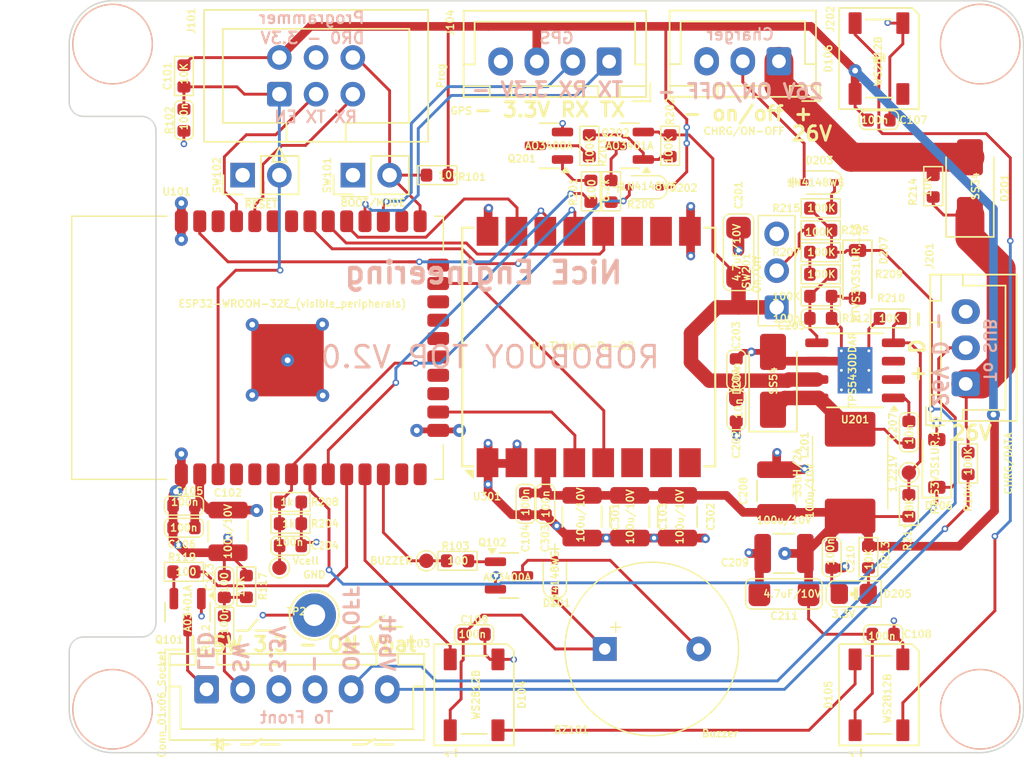
<source format=kicad_pcb>
(kicad_pcb (version 20241129) (generator "pcbnew") (generator_version "9.0")
  (layers (0 "F.Cu" signal) (4 "In1.Cu" power) (6 "In2.Cu" power) (2 "B.Cu" signal) (13 "F.Paste" user) (15 "B.Paste" user) (5 "F.SilkS" user "F.Silkscreen") (7 "B.SilkS" user "B.Silkscreen") (1 "F.Mask" user) (3 "B.Mask" user) (25 "Edge.Cuts" user))
  (net 0 "")
  (net 1 "+3.3V")
  (net 2 "Net-(BZ101--)")
  (net 3 "GND")
  (net 4 "EN")
  (net 5 "BUTTON")
  (net 6 "Vbatt")
  (net 7 "/CPU/Vsamp")
  (net 8 "Net-(U201-ENA)")
  (net 9 "Net-(D204-K)")
  (net 10 "Net-(U201-BOOT)")
  (net 11 "LEDS")
  (net 12 "Net-(D104-DOUT)")
  (net 13 "Net-(D105-DOUT)")
  (net 15 "Net-(D201-A)")
  (net 16 "Net-(D203-A)")
  (net 17 "Net-(D203-K)")
  (net 18 "Net-(D205-A)")
  (net 19 "/CPU/COM")
  (net 20 "DR0")
  (net 21 "RX")
  (net 22 "TX")
  (net 23 "/CPU/TX_GPS")
  (net 24 "/CPU/RX_GPS")
  (net 25 "Net-(Q101-G)")
  (net 26 "Net-(Q102-G)")
  (net 27 "Net-(Q201-D)")
  (net 28 "Net-(Q201-G)")
  (net 29 "Net-(Q202-D)")
  (net 30 "Net-(Q202-G)")
  (net 31 "BUZZER")
  (net 32 "BUTTON_LIGHT")
  (net 33 "/CPU/VbatEn")
  (net 34 "Net-(R205-Pad1)")
  (net 35 "Net-(R207-Pad2)")
  (net 36 "Net-(U201-Vsens)")
  (net 40 "/CPU/RADIO_4")
  (net 46 "/CPU/RADIO_5")
  (net 48 "/CPU/RADIO_1")
  (net 51 "/CPU/RADIO_3")
  (net 52 "/CPU/RADIO_2")
  (net 62 "/CPU/ON")
  (net 63 "Net-(J103-Pin_2)")
  (net 64 "Net-(J103-Pin_6)")
  (net 65 "Net-(J103-Pin_1)")
  (net 68 "/CPU/RADIO_6")
  (footprint "A_Device:R_0603" (layer "F.Cu") (at 130.144 48.514 180)
    (property "Reference" "R209")
    (property "Value" "100K")
  )
  (footprint "A_Device:C_0603" (layer "F.Cu") (at 136.24 59.436 90)
    (property "Reference" "C207")
    (property "Value" "10n")
  )
  (footprint "A_Device:R_0603" (layer "F.Cu") (at 86.106 34.798 -90)
    (property "Reference" "R102")
    (property "Value" "10K")
  )
  (footprint "LED_SMD:LED_WS2812B_PLCC4_5.0x5.0mm_P3.2mm" (layer "F.Cu") (at 106.172 77.594 90)
    (property "Reference" "D104")
    (property "Value" "WS2812B")
  )
  (footprint "A_Pads_Pins:Testpad_1" (layer "F.Cu") (at 136.24 62.23)
    (property "Reference" "TP204" (hide yes))
    (property "Value" "1.221V")
  )
  (footprint "A_Device:C_0603" (layer "F.Cu") (at 124.302 55.118 90)
    (property "Reference" "C203")
    (property "Value" "10n")
  )
  (footprint "A_Device:C_0603" (layer "F.Cu") (at 88.9 70.104 90)
    (property "Reference" "C113")
    (property "Value" "100n")
  )
  (footprint "Package_TO_SOT_SMD:SOT-23" (layer "F.Cu") (at 108.585 69.342)
    (property "Reference" "Q102")
    (property "Value" "AO3400A")
  )
  (footprint "LED_SMD:LED_WS2812B_PLCC4_5.0x5.0mm_P3.2mm" (layer "F.Cu") (at 134.172 77.594 90)
    (property "Reference" "D105")
    (property "Value" "WS2812B")
  )
  (footprint "A_Mechanical:NPTH_M3" (layer "F.Cu") (at 141.172 32.594)
    (property "Reference" "H403")
    (property "Value" "MountingHole" (hide yes))
  )
  (footprint "A_Module:ESP32-WROOM-32" (layer "F.Cu") (at 91.186 53.594)
    (property "Reference" "U101")
    (property "Value" "ESP32-WROOM-32E_(visible_peripherals)")
  )
  (footprint "A_Device:R_0603" (layer "F.Cu") (at 103.632 41.656 180)
    (property "Reference" "R101")
    (property "Value" "10K")
  )
  (footprint "Diode_SMD:D_SOD-123" (layer "F.Cu") (at 138.172 61.594 90)
    (property "Reference" "D206")
    (property "Value" "PTVS3V3S1UR,115")
  )
  (footprint "A_Device:C_1206_(1.6)" (layer "F.Cu") (at 127.604 70.612 180)
    (property "Reference" "C211")
    (property "Value" "4.7uF/10V")
  )
  (footprint "Package_TO_SOT_SMD:SOT-23" (layer "F.Cu") (at 116.936 39.624 180)
    (property "Reference" "Q202")
    (property "Value" "AO3401A")
  )
  (footprint "Capacitor_SMD:C_1210_3225Metric" (layer "F.Cu") (at 120.238 65.278 -90)
    (property "Reference" "C302")
    (property "Value" "100u/10V")
  )
  (footprint "A_Device:D_SOD-323_1.8x1.4x1.15" (layer "F.Cu") (at 130.048 42.164 180)
    (property "Reference" "D203")
    (property "Value" "1N4148WS")
  )
  (footprint "A_Device:C_0603" (layer "F.Cu") (at 93.472 67.285585)
    (property "Reference" "C204")
    (property "Value" "100n")
  )
  (footprint "A_Device:C_0603" (layer "F.Cu") (at 130.144 51.562)
    (property "Reference" "C205")
    (property "Value" "100n")
  )
  (footprint "A_Device:R_0603" (layer "F.Cu") (at 134.958 51.562 180)
    (property "Reference" "R212")
    (property "Value" "10K")
  )
  (footprint "A_Device:R_0603" (layer "F.Cu") (at 130.144 43.942 180)
    (property "Reference" "R215")
    (property "Value" "100K")
  )
  (footprint "A_Device:C_0603" (layer "F.Cu") (at 109.728 64.389 -90)
    (property "Reference" "C104")
    (property "Value" "100n")
  )
  (footprint "A_Device:C_0603" (layer "F.Cu") (at 86.106 66.04 180)
    (property "Reference" "C106")
    (property "Value" "100n")
  )
  (footprint "A_Device:R_0603" (layer "F.Cu") (at 86.106 69.088 180)
    (property "Reference" "R119")
    (property "Value" "100")
  )
  (footprint "Connector_IDC:IDC-Header_2x03_P2.54mm_Vertical" (layer "F.Cu") (at 92.705 36.0585 90)
    (property "Reference" "J101")
    (property "Value" "Prog")
  )
  (footprint "A_Device:C_0603" (layer "F.Cu") (at 86.106 64.516 180)
    (property "Reference" "C105")
    (property "Value" "100n")
  )
  (footprint "TestPoint:TestPoint_Loop_D2.54mm_Drill1.5mm_Beaded" (layer "F.Cu") (at 95.123 72.0852)
    (property "Reference" "TP203")
    (property "Value" "GND")
  )
  (footprint "Connector_PinHeader_2.54mm:PinHeader_1x02_P2.54mm_Vertical" (layer "F.Cu") (at 97.79 41.656 90)
    (property "Reference" "SW101")
    (property "Value" "~{BOOT}/MODE")
  )
  (footprint "A_Device:R_0603" (layer "F.Cu") (at 130.144 45.466)
    (property "Reference" "R205")
    (property "Value" "100K")
  )
  (footprint "A_Device:R_0603" (layer "F.Cu") (at 119.73 39.624 90)
    (property "Reference" "R202")
    (property "Value" "100K")
  )
  (footprint "A_Device:C_0603" (layer "F.Cu") (at 111.094 64.389 -90)
    (property "Reference" "C303")
    (property "Value" "100n")
  )
  (footprint "Connector_PinHeader_2.54mm:PinHeader_1x02_P2.54mm_Vertical" (layer "F.Cu") (at 90.165 41.656 90)
    (property "Reference" "SW102")
    (property "Value" "~{RESET}")
  )
  (footprint "Diode_SMD:D_SMA" (layer "F.Cu") (at 140.462 42.418 90)
    (property "Reference" "D201")
    (property "Value" "SS34")
  )
  (footprint "A_Misc:Buzzer-12x6.5x5.2" (layer "F.Cu") (at 118.46 74.422)
    (property "Reference" "BZ101")
    (property "Value" "Buzzer")
  )
  (footprint "Diode_SMD:D_SMA" (layer "F.Cu") (at 126.842 55.88 90)
    (property "Reference" "D204")
    (property "Value" "SS54")
  )
  (footprint "A_Device:C_0603" (layer "F.Cu") (at 124.302 57.912 -90)
    (property "Reference" "C202")
    (property "Value" "100n")
  )
  (footprint "A_Device:C_1206_(1.6)" (layer "F.Cu") (at 124.46 46.99 90)
    (property "Reference" "C201")
    (property "Value" "4.7uF/10V")
  )
  (footprint "Connector_JST:JST_XH_B6B-XH-A_1x06_P2.50mm_Vertical" (layer "F.Cu") (at 87.67 77.216)
    (property "Reference" "J103")
    (property "Value" "Conn_01x06_Socket")
  )
  (footprint "A_Device:D_SOD-323_1.8x1.4x1.15" (layer "F.Cu") (at 111.76 69.342 90)
    (property "Reference" "D101")
    (property "Value" "1N4148WS")
  )
  (footprint "A_Device:R_0603" (layer "F.Cu") (at 114.2492 42.7736 -90)
    (property "Reference" "R201")
    (property "Value" "100")
  )
  (footprint "Capacitor_SMD:C_1210_3225Metric" (layer "F.Cu") (at 89.154 66.294 -90)
    (property "Reference" "C102")
    (property "Value" "100u/10V")
  )
  (footprint "A_Device:L_6.6x7.0mm" (layer "F.Cu") (at 132.176 62.23 -90)
    (property "Reference" "L201")
    (property "Value" "33uH/2A")
  )
  (footprint "A_Device:C_0603" (layer "F.Cu") (at 130.906 68.072 -90)
    (property "Reference" "C210")
    (property "Value" "100n")
  )
  (footprint "Connector_JST:JST_XH_B3B-XH-A_1x03_P2.50mm_Vertical" (layer "F.Cu") (at 140.172 56.094 90)
    (property "Reference" "J201")
    (property "Value" "CHRG/DATA")
  )
  (footprint "A_Device:R_0603" (layer "F.Cu") (at 130.144 46.99 180)
    (property "Reference" "R207")
    (property "Value" "100K")
  )
  (footprint "A_Device:D_SOD-323_1.8x1.4x1.15" (layer "F.Cu") (at 117.9576 42.4942 180)
    (property "Reference" "D202")
    (property "Value" "1N4148WS")
  )
  (footprint "Package_TO_SOT_SMD:SOT-23" (layer "F.Cu") (at 111.348 39.624 180)
    (property "Reference" "Q201")
    (property "Value" "AO3400A")
  )
  (footprint "A_Device:C_0603" (layer "F.Cu") (at 134.462 73.406)
    (property "Reference" "C108")
    (property "Value" "100n")
  )
  (footprint "A_Pads_Pins:Testpad_1" (layer "F.Cu") (at 102.87 68.326)
    (property "Reference" "TP101" (hide yes))
    (property "Value" "BUZZER")
  )
  (footprint "Capacitor_SMD:C_1210_3225Metric" (layer "F.Cu") (at 113.634 65.278 -90)
    (property "Reference" "C301")
    (property "Value" "100u/10V")
  )
  (footprint "A_Device:C_0603" (layer "F.Cu") (at 86.106 37.846 -90)
    (property "Reference" "C101")
    (property "Value" "100n")
  )
  (footprint "A_Mechanical:NPTH_M3" (layer "F.Cu") (at 81.172 78.594)
    (property "Reference" "H402")
    (property "Value" "MountingHole" (hide yes))
  )
  (footprint "Connector_JST:JST_XH_B4B-XH-A_1x04_P2.50mm_Vertical" (layer "F.Cu") (at 115.51 33.799 180)
    (property "Reference" "J104")
    (property "Value" "GPS")
  )
  (footprint "A_Connector:Header_1x03_P2.54_Male" (layer "F.Cu") (at 127.096 48.26 90)
    (property "Reference" "SW201")
    (property "Value" "On/Off")
  )
  (footprint "A_Device:R_0603" (layer "F.Cu") (at 137.922 42.418 -90)
    (property "Reference" "R214")
    (property "Value" "10K")
  )
  (footprint "A_Device:R_0603" (layer "F.Cu") (at 88.9 72.898 -90)
    (property "Reference" "R112")
    (property "Value" "100")
  )
  (footprint "A_Module:Ai-Thinker-Ra-02-LoRa" (layer "F.Cu") (at 114.0996 53.5422 90)
    (property "Reference" "U301")
    (property "Value" "Ai-Thinker-Ra-02")
  )
  (footprint "A_Device:R_0603" (layer "F.Cu") (at 93.472 64.262)
    (property "Reference" "R208")
    (property "Value" "1k")
  )
  (footprint "Capacitor_SMD:C_1210_3225Metric" (layer "F.Cu") (at 116.936 65.278 -90)
    (property "Reference" "C103")
    (property "Value" "100u/10V")
  )
  (footprint "A_Device:R_0603" (layer "F.Cu") (at 105.029 68.326 180)
    (property "Reference" "R103")
    (property "Value" "100")
  )
  (footprint "A_Device:R_0603" (layer "F.Cu") (at 140.335 61.595 -90)
    (property "Reference" "R104")
    (property "Value" "100K")
  )
  (footprint "A_Device:R_0603" (layer "F.Cu") (at 114.142 39.624 90)
    (property "Reference" "R203")
    (property "Value" "100K")
  )
  (footprint "A_Device:R_0603" (layer "F.Cu") (at 93.472 65.761585)
    (property "Reference" "R204")
    (property "Value" "1k")
  )
  (footprint "A_Passive:LED_0805" (layer "F.Cu") (at 132.43 70.612)
    (property "Reference" "D205")
    (property "Value" "3.3V")
  )
  (footprint "A_Device:R_0603" (layer "F.Cu") (at 133.446 68.072 90)
    (property "Reference" "R213")
    (property "Value" "10K")
  )
  (footprint "Package_SO:HTSOP-8-1EP_3.9x4.9mm_P1.27mm_EP2.4x3.2mm_ThermalVias" (layer "F.Cu") (at 132.522 55.156 180)
    (property "Reference" "U201")
    (property "Value" "TPS5430DDAR")
  )
  (footprint "A_Mechanical:NPTH_M3" (layer "F.Cu") (at 141.172 78.594)
    (property "Reference" "H404")
    (property "Value" "MountingHole" (hide yes))
  )
  (footprint "A_Device:R_0603" (layer "F.Cu") (at 115.6462 42.7736 -90)
    (property "Reference" "R206")
    (property "Value" "6.2k")
  )
  (footprint "A_Device:C_0603" (layer "F.Cu") (at 106.172 73.406)
    (property "Reference" "C109")
    (property "Value" "100n")
  )
  (footprint "A_Pads_Pins:Testpad_1" (layer "F.Cu") (at 92.71 68.809585)
    (property "Reference" "TP202" (hide yes))
    (property "Value" "Vcell")
  )
  (footprint "A_Device:C_0603" (layer "F.Cu") (at 134.172 37.846)
    (property "Reference" "C107")
    (property "Value" "100n")
  )
  (footprint "A_Device:R_0603" (layer "F.Cu") (at 136.24 64.516 90)
    (property "Reference" "R211")
    (property "Value" "18K")
  )
  (footprint "Connector_JST:JST_XH_B3B-XH-A_1x03_P2.50mm_Vertical" (layer "F.Cu") (at 127.254 33.782 180)
    (property "Reference" "J202")
    (property "Value" "CHRG/ON-OFF")
  )
  (footprint "Capacitor_SMD:C_1210_3225Metric" (layer "F.Cu") (at 127.604 67.818 180)
    (property "Reference" "C209")
    (property "Value" "100u/10V")
  )
  (footprint "Capacitor_SMD:C_1210_3225Metric" (layer "F.Cu") (at 127.096 63.5 90)
    (property "Reference" "C208")
    (property "Value" "100u/10V")
  )
  (footprint "A_Device:R_0603" (layer "F.Cu") (at 130.144 50.038)
    (property "Reference" "R210")
    (property "Value" "100K")
  )
  (footprint "A_Device:R_0603" (layer "F.Cu") (at 90.424 70.104 90)
    (property "Reference" "R117")
    (property "Value" "10K")
  )
  (footprint "Package_TO_SOT_SMD:SOT-23" (layer "F.Cu") (at 86.36 71.882 -90)
    (property "Reference" "Q101")
    (property "Value" "A03401A")
  )
  (footprint "A_Mechanical:NPTH_M3" (layer "F.Cu") (at 81.172 32.594)
    (property "Reference" "H401")
    (property "Value" "MountingHole" (hide yes))
  )
  (footprint "LED_SMD:LED_WS2812B_PLCC4_5.0x5.0mm_P3.2mm" (layer "F.Cu") (at 134.172 33.594 90)
    (property "Reference" "D106")
    (property "Value" "WS2812B")
  )
  (footprint "Diode_SMD:D_SOD-123" (layer "F.Cu") (at 132.684 48.514 -90)
    (property "Reference" "D207")
    (property "Value" "PTVS3V3S1UR,115")
  )
  (gr_line (start 98.933 72.898) (end 99.949 72.136) (stroke (width 0.15)) (layer "F.SilkS"))
  (gr_line (start 89.789 73.152) (end 90.551 73.152) (stroke (width 0.15)) (layer "F.SilkS"))
  (gr_line (start 88.392 81.026) (end 88.773 80.645) (stroke (width 0.15)) (layer "F.SilkS"))
  (gr_line (start 88.392 80.899) (end 88.392 80.645) (stroke (width 0.15)) (layer "F.SilkS"))
  (gr_line (start 98.679 81.026) (end 99.314 80.645) (stroke (width 0.15)) (layer "F.SilkS"))
  (gr_line (start 91.44 81.026) (end 92.71 81.026) (stroke (width 0.15)) (layer "F.SilkS"))
  (gr_line (start 88.392 80.645) (end 88.392 80.899) (stroke (width 0.15)) (layer "F.SilkS"))
  (gr_line (start 88.773 81.407) (end 88.392 81.026) (stroke (width 0.15)) (layer "F.SilkS"))
  (gr_line (start 88.392 80.899) (end 88.392 81.28) (stroke (width 0.15)) (layer "F.SilkS"))
  (gr_line (start 90.805 81.026) (end 91.44 80.645) (stroke (width 0.15)) (layer "F.SilkS"))
  (gr_line (start 90.551 73.152) (end 91.186 72.39) (stroke (width 0.15)) (layer "F.SilkS"))
  (gr_line (start 88.773 81.026) (end 89.281 81.026) (stroke (width 0.15)) (layer "F.SilkS"))
  (gr_line (start 97.79 81.026) (end 98.679 81.026) (stroke (width 0.15)) (layer "F.SilkS"))
  (gr_line (start 99.949 72.898) (end 101.219 72.898) (stroke (width 0.15)) (layer "F.SilkS"))
  (gr_line (start 91.059 73.152) (end 92.329 73.152) (stroke (width 0.15)) (layer "F.SilkS"))
  (gr_line (start 90.043 81.026) (end 90.805 81.026) (stroke (width 0.15)) (layer "F.SilkS"))
  (gr_line (start 97.79 72.898) (end 98.933 72.898) (stroke (width 0.15)) (layer "F.SilkS"))
  (gr_line (start 88.773 80.645) (end 88.773 81.407) (stroke (width 0.15)) (layer "F.SilkS"))
  (gr_line (start 99.314 81.026) (end 100.584 81.026) (stroke (width 0.15)) (layer "F.SilkS"))
  (gr_line (start 88.392 81.28) (end 88.392 80.899) (stroke (width 0.15)) (layer "F.SilkS"))
  (gr_line (start 88.392 81.28) (end 88.392 81.407) (stroke (width 0.15)) (layer "F.SilkS"))
  (gr_line (start 88.392 81.026) (end 88.011 81.026) (stroke (width 0.15)) (layer "F.SilkS"))
  (gr_line (start 79.172 37.594) (end 83.172 37.594) (stroke (width 0.1)) (layer "Edge.Cuts"))
  (gr_arc (start 141.172 29.594) (mid 143.29332 30.47268) (end 144.172 32.594) (stroke (width 0.1)) (layer "Edge.Cuts"))
  (gr_arc (start 79.172 37.594) (mid 78.464893 37.301107) (end 78.172 36.594) (stroke (width 0.1)) (layer "Edge.Cuts"))
  (gr_arc (start 78.172 74.594) (mid 78.464893 73.886893) (end 79.172 73.594) (stroke (width 0.1)) (layer "Edge.Cuts"))
  (gr_line (start 144.172 78.594) (end 144.172 32.594) (stroke (width 0.1)) (layer "Edge.Cuts"))
  (gr_line (start 78.172 32.594) (end 78.172 36.594) (stroke (width 0.1)) (layer "Edge.Cuts"))
  (gr_line (start 81.172 81.594) (end 141.172 81.594) (stroke (width 0.1)) (layer "Edge.Cuts"))
  (gr_line (start 83.172 73.594) (end 79.172 73.594) (stroke (width 0.1)) (layer "Edge.Cuts"))
  (gr_line (start 78.172 74.594) (end 78.172 78.594) (stroke (width 0.1)) (layer "Edge.Cuts"))
  (gr_arc (start 84.172 72.594) (mid 83.879107 73.301107) (end 83.172 73.594) (stroke (width 0.1)) (layer "Edge.Cuts"))
  (gr_line (start 141.172 29.594) (end 81.172 29.594) (stroke (width 0.1)) (layer "Edge.Cuts"))
  (gr_arc (start 81.172 81.594) (mid 79.05068 80.71532) (end 78.172 78.594) (stroke (width 0.1)) (layer "Edge.Cuts"))
  (gr_arc (start 83.172 37.594) (mid 83.879107 37.886893) (end 84.172 38.594) (stroke (width 0.1)) (layer "Edge.Cuts"))
  (gr_arc (start 78.172 32.594) (mid 79.05068 30.47268) (end 81.172 29.594) (stroke (width 0.1)) (layer "Edge.Cuts"))
  (gr_arc (start 144.172 78.594) (mid 143.29332 80.71532) (end 141.172 81.594) (stroke (width 0.1)) (layer "Edge.Cuts"))
  (gr_line (start 84.172 38.594) (end 84.172 72.594) (stroke (width 0.1)) (layer "Edge.Cuts"))
  (gr_text "26V" (at 139.065 60.071 0) (layer "F.SilkS") (effects (font (size 1 1) (thickness 0.2) (bold yes)) (justify left bottom)))
  (gr_text "L SW 3.3 - ON Vbat" (at 86.36 74.676 0) (layer "F.SilkS") (effects (font (size 1 1) (thickness 0.2) (bold yes)) (justify left bottom)))
  (gr_text "- on/off +" (at 120.523 37.973 0) (layer "F.SilkS") (effects (font (size 1 1) (thickness 0.2) (bold yes)) (justify left bottom)))
  (gr_text "+ D -" (at 137.414 56.134 90) (layer "F.SilkS") (effects (font (size 1 1) (thickness 0.2) (bold yes)) (justify left bottom)))
  (gr_text "- 3.3V RX TX" (at 106.045 37.719 0) (layer "F.SilkS") (effects (font (size 1 1) (thickness 0.2) (bold yes)) (justify left bottom)))
  (gr_text "26V" (at 128.016 39.37 0) (layer "F.SilkS") (effects (font (size 1 1) (thickness 0.2) (bold yes)) (justify left bottom)))
  (gr_text "Charger" (at 127 32.385 0) (layer "B.SilkS") (effects (font (size 0.8 0.8) (thickness 0.15) (bold yes)) (justify left bottom mirror)))
  (gr_text "Vbatt" (at 99.568 76.073 -90) (layer "B.SilkS") (effects (font (size 1 1) (thickness 0.2) (bold yes)) (justify left bottom mirror)))
  (gr_text "SW" (at 89.408 76.2 270) (layer "B.SilkS") (effects (font (size 1 1) (thickness 0.2) (bold yes)) (justify left bottom mirror)))
  (gr_text "26V ON/OFF -" (at 130.429 36.449 0) (layer "B.SilkS") (effects (font (size 1 1) (thickness 0.2) (bold yes)) (justify left bottom mirror)))
  (gr_text "ROBOBUOY TOP V2.0" (at 119.126 55.118 0) (layer "B.SilkS") (effects (font (size 1.5 1.5) (thickness 0.2)) (justify left bottom mirror)))
  (gr_text "NicE Engineering" (at 116.586 49.276 0) (layer "B.SilkS") (effects (font (size 1.5 1.5) (thickness 0.3) (bold yes)) (justify left bottom mirror)))
  (gr_text "LED" (at 86.995 76.073 270) (layer "B.SilkS") (effects (font (size 1 1) (thickness 0.2) (bold yes)) (justify left bottom mirror)))
  (gr_text "ON/OFF" (at 97.028 76.073 270) (layer "B.SilkS") (effects (font (size 1 1) (thickness 0.2) (bold yes)) (justify left bottom mirror)))
  (gr_text "26V D -" (at 137.795 57.785 -90) (layer "B.SilkS") (effects (font (size 1 1) (thickness 0.2) (bold yes)) (justify left bottom mirror)))
  (gr_text "TX RX 3.3V -" (at 116.586 36.322 0) (layer "B.SilkS") (effects (font (size 1 1) (thickness 0.2) (bold yes)) (justify left bottom mirror)))
  (gr_text "DR0 - 3.3V" (at 98.679 32.639 0) (layer "B.SilkS") (effects (font (size 0.8 0.8) (thickness 0.15) (bold yes)) (justify left bottom mirror)))
  (gr_text "-" (at 94.615 76.2 270) (layer "B.SilkS") (effects (font (size 1 1) (thickness 0.2) (bold yes)) (justify left bottom mirror)))
  (gr_text "To SUB" (at 141.351 56.007 -90) (layer "B.SilkS") (effects (font (size 0.8 0.8) (thickness 0.15) (bold yes)) (justify left bottom mirror)))
  (gr_text "To Front" (at 96.52 79.629 0) (layer "B.SilkS") (effects (font (size 0.8 0.8) (thickness 0.15) (bold yes)) (justify left bottom mirror)))
  (gr_text "GPS" (at 113.157 32.639 0) (layer "B.SilkS") (effects (font (size 0.8 0.8) (thickness 0.15) (bold yes)) (justify left bottom mirror)))
  (gr_text "Programmer" (at 98.679 31.242 0) (layer "B.SilkS") (effects (font (size 0.8 0.8) (thickness 0.15) (bold yes)) (justify left bottom mirror)))
  (gr_text "RX TX EN" (at 98.171 38.1 0) (layer "B.SilkS") (effects (font (size 0.8 0.8) (thickness 0.15) (bold yes)) (justify left bottom mirror)))
  (gr_text "3.3V\n" (at 91.948 76.2 270) (layer "B.SilkS") (effects (font (size 1 1) (thickness 0.2) (bold yes)) (justify left bottom mirror)))
  (segment (start 115.21 74.422) (end 111.7854 74.422) (width 0.2) (layer "F.Cu") (net 1))
  (segment (start 111.094 63.639) (end 110.979 63.754) (width 0.6) (layer "F.Cu") (net 1))
  (segment (start 119.8118 42.4942) (end 119.0076 42.4942) (width 0.2) (layer "F.Cu") (net 1))
  (segment (start 119.4308 31.369) (end 129.4638 31.369) (width 0.6) (layer "F.Cu") (net 1))
  (segment (start 104.522 78.6374) (end 104.522 80.044) (width 0.2) (layer "F.Cu") (net 1))
  (segment (start 129.304 72.3572) (end 129.304 70.612) (width 0.2) (layer "F.Cu") (net 1))
  (segment (start 132.522 78.679) (end 132.522 80.044) (width 0.2) (layer "F.Cu") (net 1))
  (segment (start 129.079 67.818) (end 131.667 65.23) (width 0.6) (layer "F.Cu") (net 1))
  (segment (start 129.079 67.818) (end 127.6604 67.818) (width 0.6) (layer "F.Cu") (net 1))
  (segment (start 129.079 67.818) (end 129.304 68.043) (width 0.6) (layer "F.Cu") (net 1))
  (segment (start 129.4638 31.369) (end 132.522 34.4272) (width 0.6) (layer "F.Cu") (net 1))
  (segment (start 136.24 65.266) (end 132.212 65.266) (width 0.2) (layer "F.Cu") (net 1))
  (segment (start 111.258 63.803) (end 111.094 63.639) (width 0.6) (layer "F.Cu") (net 1))
  (segment (start 123.62 63.803) (end 120.238 63.803) (width 0.6) (layer "F.Cu") (net 1))
  (segment (start 133.712 77.489) (end 132.522 78.679) (width 0.2) (layer "F.Cu") (net 1))
  (segment (start 104.382 41.656) (end 104.382 31.4078) (width 0.2) (layer "F.Cu") (net 1))
  (segment (start 130.3528 73.406) (end 129.304 72.3572) (width 0.2) (layer "F.Cu") (net 1))
  (segment (start 132.212 65.266) (end 132.176 65.23) (width 0.2) (layer "F.Cu") (net 1))
  (segment (start 105.422 75.172) (end 105.273 75.321) (width 0.2) (layer "F.Cu") (net 1))
  (segment (start 104.382 31.4078) (end 104.3432 31.369) (width 0.2) (layer "F.Cu") (net 1))
  (segment (start 111.094 63.639) (end 109.728 63.639) (width 0.6) (layer "F.Cu") (net 1))
  (segment (start 110.51 33.799) (end 110.51 31.369) (width 0.6) (layer "F.Cu") (net 1))
  (segment (start 133.712 73.406) (end 133.712 77.489) (width 0.2) (layer "F.Cu") (net 1))
  (segment (start 105.273 77.8864) (end 104.522 78.6374) (width 0.2) (layer "F.Cu") (net 1))
  (segment (start 120.8786 37.7952) (end 119.4308 36.3474) (width 0.2) (layer "F.Cu") (net 1))
  (segment (start 105.273 75.321) (end 105.273 77.8864) (width 0.2) (layer "F.Cu") (net 1))
  (segment (start 124.792 64.975) (end 123.62 63.803) (width 0.6) (layer "F.Cu") (net 1))
  (segment (start 86.856 64.516) (end 86.856 66.04) (width 0.6) (layer "F.Cu") (net 1))
  (segment (start 107.1626 31.369) (end 119.4308 31.369) (width 0.6) (layer "F.Cu") (net 1))
  (segment (start 131.667 65.23) (end 132.176 65.23) (width 0.6) (layer "F.Cu") (net 1))
  (segment (start 133.446 66.5) (end 132.176 65.23) (width 0.6) (layer "F.Cu") (net 1))
  (segment (start 87.199 64.173) (end 86.856 64.516) (width 0.6) (layer "F.Cu") (net 1))
  (segment (start 133.446 67.322) (end 139.7134 67.322) (width 0.6) (layer "F.Cu") (net 1))
  (segment (start 127.096 64.975) (end 131.921 64.975) (width 0.6) (layer "F.Cu") (net 1))
  (segment (start 139.7134 67.322) (end 140.462 66.5734) (width 0.6) (layer "F.Cu") (net 1))
  (segment (start 131.921 64.975) (end 132.176 65.23) (width 0.6) (layer "F.Cu") (net 1))
  (segment (start 120.8786 39.452064) (end 120.8786 41.4274) (width 0.2) (layer "F.Cu") (net 1))
  (segment (start 111.7854 74.422) (end 109.4486 72.0852) (width 0.2) (layer "F.Cu") (net 1))
  (segment (start 111.76 70.972) (end 115.21 74.422) (width 0.2) (layer "F.Cu") (net 1))
  (segment (start 133.712 73.406) (end 130.3528 73.406) (width 0.2) (layer "F.Cu") (net 1))
  (segment (start 129.304 68.043) (end 129.304 70.612) (width 0.6) (layer "F.Cu") (net 1))
  (segment (start 111.76 70.392) (end 111.76 70.972) (width 0.2) (layer "F.Cu") (net 1))
  (segment (start 111.142 61.594) (end 111.142 63.591) (width 0.6) (layer "F.Cu") (net 1))
  (segment (start 91.108 64.819) (end 91.1352 64.8462) (width 0.6) (layer "F.Cu") (net 1))
  (segment (start 89.154 64.819) (end 87.845 64.819) (width 0.6) (layer "F.Cu") (net 1))
  (segment (start 105.422 73.406) (end 105.422 75.172) (width 0.2) (layer "F.Cu") (net 1))
  (segment (start 133.446 67.322) (end 133.446 66.5) (width 0.6) (layer "F.Cu") (net 1))
  (segment (start 130.906 67.322) (end 130.906 66.5) (width 0.6) (layer "F.Cu") (net 1))
  (segment (start 87.199 62.344) (end 87.199 64.173) (width 0.6) (layer "F.Cu") (net 1))
  (segment (start 92.6955 33.528) (end 86.626 33.528) (width 0.2) (layer "F.Cu") (net 1))
  (segment (start 142.1638 64.8716) (end 142.1638 58.2168) (width 0.6) (layer "F.Cu") (net 1))
  (segment (start 120.8786 41.4274) (end 119.8118 42.4942) (width 0.2) (layer "F.Cu") (net 1))
  (segment (start 120.877468 39.450932) (end 120.8786 39.452064) (width 0.2) (layer "F.Cu") (net 1))
  (segment (start 94.8545 31.369) (end 92.705 33.5185) (width 0.6) (layer "F.Cu") (net 1))
  (segment (start 132.522 34.4272) (end 132.522 36.044) (width 0.6) (layer "F.Cu") (net 1))
  (segment (start 109.4486 72.0852) (end 106.7428 72.0852) (width 0.2) (layer "F.Cu") (net 1))
  (segment (start 92.705 33.5185) (end 92.6955 33.528) (width 0.2) (layer "F.Cu") (net 1))
  (segment (start 111.142 63.591) (end 111.094 63.639) (width 0.6) (layer "F.Cu") (net 1))
  (segment (start 87.845 64.819) (end 87.199 64.173) (width 0.6) (layer "F.Cu") (net 1))
  (segment (start 120.8786 38.349) (end 120.8786 37.7952) (width 0.2) (layer "F.Cu") (net 1))
  (segment (start 104.3432 31.369) (end 94.8545 31.369) (width 0.6) (layer "F.Cu") (net 1))
  (segment (start 132.522 36.044) (end 132.522 36.946) (width 0.2) (layer "F.Cu") (net 1))
  (segment (start 106.7428 72.0852) (end 105.422 73.406) (width 0.2) (layer "F.Cu") (net 1))
  (segment (start 140.462 66.5734) (end 142.1638 64.8716) (width 0.6) (layer "F.Cu") (net 1))
  (segment (start 89.154 64.819) (end 91.108 64.819) (width 0.6) (layer "F.Cu") (net 1))
  (segment (start 86.626 33.528) (end 86.106 34.048) (width 0.2) (layer "F.Cu") (net 1))
  (segment (start 127.096 64.975) (end 124.792 64.975) (width 0.6) (layer "F.Cu") (net 1))
  (segment (start 120.238 63.803) (end 111.258 63.803) (width 0.6) (layer "F.Cu") (net 1))
  (segment (start 130.906 66.5) (end 132.176 65.23) (width 0.6) (layer "F.Cu") (net 1))
  (segment (start 107.1626 31.369) (end 104.3432 31.369) (width 0.6) (layer "F.Cu") (net 1))
  (segment (start 119.4308 36.3474) (end 119.4308 31.369) (width 0.2) (layer "F.Cu") (net 1))
  (segment (start 132.522 36.946) (end 133.422 37.846) (width 0.2) (layer "F.Cu") (net 1))
  (segment (start 142.1638 58.2168) (end 142.0876 58.2168) (width 0.6) (layer "F.Cu") (net 1))
  (via (at 120.877468 39.450932) (size 0.45) (drill 0.25) (layers "F.Cu" "B.Cu") (net 1))
  (via (at 127.6604 67.818) (size 0.9) (drill 0.4) (layers "F.Cu" "B.Cu") (net 1))
  (via (at 120.8786 38.349) (size 0.45) (drill 0.25) (layers "F.Cu" "B.Cu") (net 1))
  (via (at 132.522 34.4272) (size 0.9) (drill 0.4) (layers "F.Cu" "B.Cu") (net 1))
  (via (at 91.1352 64.8462) (size 0.9) (drill 0.4) (layers "F.Cu" "B.Cu") (net 1))
  (via (at 142.0876 58.2168) (size 0.9) (drill 0.4) (layers "F.Cu" "B.Cu") (net 1))
  (segment (start 142.0876 58.2168) (end 142.0876 43.9928) (width 0.6) (layer "B.Cu") (net 1))
  (segment (start 120.8786 39.4498) (end 120.877468 39.450932) (width 0.2) (layer "B.Cu") (net 1))
  (segment (start 120.8786 38.349) (end 120.8786 39.4498) (width 0.2) (layer "B.Cu") (net 1))
  (segment (start 142.0876 43.9928) (end 132.522 34.4272) (width 0.6) (layer "B.Cu") (net 1))
  (segment (start 109.889 68.292) (end 111.76 68.292) (width 0.2) (layer "F.Cu") (net 2))
  (segment (start 109.5225 68.6585) (end 109.889 68.292) (width 0.2) (layer "F.Cu") (net 2))
  (segment (start 115.58 68.292) (end 121.71 74.422) (width 0.2) (layer "F.Cu") (net 2))
  (segment (start 109.5225 69.342) (end 109.5225 68.6585) (width 0.2) (layer "F.Cu") (net 2))
  (segment (start 111.76 68.292) (end 115.58 68.292) (width 0.2) (layer "F.Cu") (net 2))
  (segment (start 95.25 67.056) (end 95.2754 67.0306) (width 0.2) (layer "F.Cu") (net 3))
  (segment (start 107.275 75.144) (end 107.822 75.144) (width 0.2) (layer "F.Cu") (net 3))
  (segment (start 111.868 65.913) (end 111.094 65.139) (width 0.6) (layer "F.Cu") (net 3))
  (segment (start 130.894 50.038) (end 131.572 50.038) (width 0.2) (layer "F.Cu") (net 3))
  (segment (start 127.483 54.521) (end 126.842 53.88) (width 0.6) (layer "F.Cu") (net 3))
  (segment (start 134.922 33.48) (end 135.822 32.58) (width 0.2) (layer "F.Cu") (net 3))
  (segment (start 107.822 75.144) (end 108.9006 75.144) (width 0.2) (layer "F.Cu") (net 3))
  (segment (start 135.822 74.016) (end 135.212 73.406) (width 0.2) (layer "F.Cu") (net 3))
  (segment (start 108.781 65.139) (end 109.728 65.139) (width 0.6) (layer "F.Cu") (net 3))
  (segment (start 107.6475 70.292) (end 107.6475 69.3905) (width 0.2) (layer "F.Cu") (net 3))
  (segment (start 131.572 50.038) (end 131.699 50.165) (width 0.2) (layer "F.Cu") (net 3))
  (segment (start 121.142 47.228) (end 121.158 47.244) (width 0.6) (layer "F.Cu") (net 3))
  (segment (start 120.238 66.753) (end 122.125 66.753) (width 0.6) (layer "F.Cu") (net 3))
  (segment (start 85.356 63.742) (end 85.356 66.04) (width 0.6) (layer "F.Cu") (net 3))
  (segment (start 112.2855 38.674) (end 112.2855 38.0825) (width 0.2) (layer "F.Cu") (net 3))
  (segment (start 129.872 54.521) (end 131.887 54.521) (width 0.6) (layer "F.Cu") (net 3))
  (segment (start 138.172 58.805) (end 138.176 58.801) (width 0.2) (layer "F.Cu") (net 3))
  (segment (start 125.904 68.043) (end 126.129 67.818) (width 0.6) (layer "F.Cu") (net 3))
  (segment (start 90.424 69.039) (end 89.154 67.769) (width 0.2) (layer "F.Cu") (net 3))
  (segment (start 85.929 62.344) (end 85.929 63.169) (width 0.6) (layer "F.Cu") (net 3))
  (segment (start 103.689 59.309) (end 102.2096 59.309) (width 0.4) (layer "F.Cu") (net 3))
  (segment (start 86.106 38.596) (end 86.106 39.497) (width 0.2) (layer "F.Cu") (net 3))
  (segment (start 135.822 31.144) (end 134.8014 31.144) (width 0.2) (layer "F.Cu") (net 3))
  (segment (start 87.31 70.9445) (end 87.31 72.1462) (width 0.2) (layer "F.Cu") (net 3))
  (segment (start 107.142 63.0428) (end 107.142 63.5) (width 0.6) (layer "F.Cu") (net 3))
  (segment (start 115.316 66.753) (end 112.727 66.753) (width 0.6) (layer "F.Cu") (net 3))
  (segment (start 130.906 68.822) (end 130.906 70.088) (width 0.2) (layer "F.Cu") (net 3))
  (segment (start 106.922 73.406) (end 106.922 74.791) (width 0.2) (layer "F.Cu") (net 3))
  (segment (start 109.728 65.139) (end 111.094 65.139) (width 0.6) (layer "F.Cu") (net 3))
  (segment (start 125.222 67.818) (end 125.1712 67.7672) (width 0.6) (layer "F.Cu") (net 3))
  (segment (start 85.929 63.169) (end 85.5599 63.5381) (width 0.6) (layer "F.Cu") (net 3))
  (segment (start 107.142 63.5) (end 108.781 65.139) (width 0.6) (layer "F.Cu") (net 3))
  (segment (start 107.142 63.0428) (end 107.142 61.594) (width 0.6) (layer "F.Cu") (net 3))
  (segment (start 88.9 69.354) (end 88.9 68.023) (width 0.2) (layer "F.Cu") (net 3))
  (segment (start 89.154 66.7258) (end 89.1286 66.7004) (width 0.6) (layer "F.Cu") (net 3))
  (segment (start 131.711 68.822) (end 131.826 68.707) (width 0.6) (layer "F.Cu") (net 3))
  (segment (start 124.79 53.88) (end 124.302 54.368) (width 0.4) (layer "F.Cu") (net 3))
  (segment (start 126.129 67.818) (end 125.222 67.818) (width 0.6) (layer "F.Cu") (net 3))
  (segment (start 103.689 59.309) (end 105.156 59.309) (width 0.4) (layer "F.Cu") (net 3))
  (segment (start 108.9006 75.144) (end 108.9152 75.1586) (width 0.2) (layer "F.Cu") (net 3))
  (segment (start 112.727 66.753) (end 111.887 65.913) (width 0.6) (layer "F.Cu") (net 3))
  (segment (start 94.222 67.285585) (end 94.451585 67.056) (width 0.2) (layer "F.Cu") (net 3))
  (segment (start 131.954 50.164) (end 132.684 50.164) (width 0.2) (layer "F.Cu") (net 3))
  (segment (start 138.172 59.944) (end 138.172 58.805) (width 0.2) (layer "F.Cu") (net 3))
  (segment (start 109.142 61.594) (end 107.142 61.594) (width 0.6) (layer "F.Cu") (net 3))
  (segment (start 134.922 37.846) (end 134.922 33.48) (width 0.2) (layer "F.Cu") (net 3))
  (segment (start 106.922 74.791) (end 107.275 75.144) (width 0.2) (layer "F.Cu") (net 3))
  (segment (start 85.929 44.844) (end 85.929 46.1002) (width 0.6) (layer "F.Cu") (net 3))
  (segment (start 91.567 72.0852) (end 91.5416 72.0598) (width 0.2) (layer "F.Cu") (net 3))
  (segment (start 85.929 46.1002) (end 85.9282 46.101) (width 0.6) (layer "F.Cu") (net 3))
  (segment (start 131.572 52.24) (end 131.572 53.806) (width 0.2) (layer "F.Cu") (net 3))
  (segment (start 85.5599 63.5381) (end 85.5345 63.5635) (width 0.6) (layer "F.Cu") (net 3))
  (segment (start 85.725 67.2338) (end 85.356 66.8648) (width 0.6) (layer "F.Cu") (net 3))
  (segment (start 111.887 65.913) (end 111.868 65.913) (width 0.6) (layer "F.Cu") (net 3))
  (segment (start 88.9 68.023) (end 89.154 67.769) (width 0.2) (layer "F.Cu") (net 3))
  (segment (start 135.212 72.474) (end 135.2042 72.4662) (width 0.2) (layer "F.Cu") (net 3))
  (segment (start 85.5345 63.5635) (end 85.356 63.742) (width 0.6) (layer "F.Cu") (net 3))
  (segment (start 85.929 43.5872) (end 85.9282 43.5864) (width 0.6) (layer "F.Cu") (net 3))
  (segment (start 134.208 51.562) (end 133.472 52.298) (width 0.2) (layer "F.Cu") (net 3))
  (segment (start 131.699 50.165) (end 131.953 50.165) (width 0.2) (layer "F.Cu") (net 3))
  (segment (start 130.894 51.562) (end 131.572 52.24) (width 0.2) (layer "F.Cu") (net 3))
  (segment (start 130.894 50.038) (end 130.894 51.562) (width 0.2) (layer "F.Cu") (net 3))
  (segment (start 130.906 68.822) (end 131.711 68.822) (width 0.6) (layer "F.Cu") (net 3))
  (segment (start 118.618 66.753) (end 115.316 66.753) (width 0.6) (layer "F.Cu") (net 3))
  (segment (start 85.356 66.8648) (end 85.356 66.04) (width 0.6) (layer "F.Cu") (net 3))
  (segment (start 86.2602 67.769) (end 85.725 67.2338) (width 0.6) (layer "F.Cu") (net 3))
  (segment (start 107.142 60.198) (end 107.142 61.594) (width 0.6) (layer "F.Cu") (net 3))
  (segment (start 135.822 75.144) (end 135.822 74.016) (width 0.2) (layer "F.Cu") (net 3))
  (segment (start 94.451585 67.056) (end 95.25 67.056) (width 0.2) (layer "F.Cu") (net 3))
  (segment (start 122.125 66.753) (end 122.174 66.802) (width 0.6) (layer "F.Cu") (net 3))
  (segment (start 125.349 53.88) (end 124.79 53.88) (width 0.4) (layer "F.Cu") (net 3))
  (segment (start 109.142 60.2488) (end 109.142 61.594) (width 0.6) (layer "F.Cu") (net 3))
  (segment (start 85.929 60.9354) (end 85.9282 60.9346) (width 0.6) (layer "F.Cu") (net 3))
  (segment (start 107.142 45.594) (end 107.142 43.988) (width 0.6) (layer "F.Cu") (net 3))
  (segment (start 127.096 62.025) (end 128.983 62.025) (width 0.6) (layer "F.Cu") (net 3))
  (segment (start 121.142 43.831) (end 121.158 43.815) (width 0.6) (layer "F.Cu") (net 3))
  (segment (start 89.154 67.769) (end 89.154 66.7258) (width 0.6) (layer "F.Cu") (net 3))
  (segment (start 121.142 45.594) (end 121.142 47.228) (width 0.6) (layer "F.Cu") (net 3))
  (segment (start 112.2855 38.0825) (end 112.2934 38.0746) (width 0.2) (layer "F.Cu") (net 3))
  (segment (start 107.142 43.988) (end 107.188 43.942) (width 0.6) (layer "F.Cu") (net 3))
  (segment (start 121.142 45.594) (end 121.142 43.831) (width 0.6) (layer "F.Cu") (net 3))
  (segment (start 135.212 73.406) (end 135.212 72.474) (width 0.2) (layer "F.Cu") (net 3))
  (segment (start 89.154 67.769) (end 86.2602 67.769) (width 0.6) (layer "F.Cu") (net 3))
  (segment (start 127.096 60.864) (end 127.127 60.833) (width 0.6) (layer "F.Cu") (net 3))
  (segment (start 129.872 54.521) (end 127.483 54.521) (width 0.6) (layer "F.Cu") (net 3))
  (segment (start 94.222 64.262) (end 94.222 67.285585) (width 0.2) (layer "F.Cu") (net 3))
  (segment (start 127.096 62.025) (end 127.096 60.864) (width 0.6) (layer "F.Cu") (net 3))
  (segment (start 133.472 52.298) (end 133.472 53.806) (width 0.2) (layer "F.Cu") (net 3))
  (segment (start 125.904 70.612) (end 125.904 68.043) (width 0.6) (layer "F.Cu") (net 3))
  (segment (start 134.8014 31.144) (end 134.7724 31.115) (width 0.2) (layer "F.Cu") (net 3))
  (segment (start 124.46 45.29) (end 124.46 46.863) (width 0.8) (layer "F.Cu") (net 3))
  (segment (start 85.929 61.1132) (end 85.929 60.9354) (width 0.6) (layer "F.Cu") (net 3))
  (segment (start 131.887 54.521) (end 132.522 55.156) (width 0.6) (layer "F.Cu") (net 3))
  (segment (start 107.6475 69.3905) (end 107.696 69.342) (width 0.2) (layer "F.Cu") (net 3))
  (segment (start 130.906 70.088) (end 131.43 70.612) (width 0.2) (layer "F.Cu") (net 3))
  (segment (start 128.983 62.025) (end 129.032 61.976) (width 0.6) (layer "F.Cu") (net 3))
  (segment (start 85.929 44.844) (end 85.929 43.5872) (width 0.6) (layer "F.Cu") (net 3))
  (segment (start 85.929 62.344) (end 85.929 61.1132) (width 0.6) (layer "F.Cu") (net 3))
  (segment (start 90.424 69.354) (end 90.424 69.039) (width 0.2) (layer "F.Cu") (net 3))
  (segment (start 87.31 72.1462) (end 87.3252 72.1614) (width 0.2) (layer "F.Cu") (net 3))
  (segment (start 131.953 50.165) (end 131.954 50.164) (width 0.2) (layer "F.Cu") (net 3))
  (segment (start 135.822 32.58) (end 135.822 31.144) (width 0.2) (layer "F.Cu") (net 3))
  (segment (start 124.302 58.662) (end 124.302 59.659) (width 0.6) (layer "F.Cu") (net 3))
  (segment (start 124.302 59.659) (end 124.333 59.69) (width 0.6) (layer "F.Cu") (net 3))
  (segment (start 126.842 53.88) (end 125.349 53.88) (width 0.4) (layer "F.Cu") (net 3))
  (segment (start 120.238 66.753) (end 118.618 66.753) (width 0.6) (layer "F.Cu") (net 3))
  (segment (start 95.123 72.0852) (end 91.567 72.0852) (width 0.2) (layer "F.Cu") (net 3))
  (via (at 90.8304 56.8706) (size 0.9) (drill 0.4) (layers "F.Cu" "B.Cu") (net 3))
  (via (at 95.7072 56.896) (size 0.9) (drill 0.4) (layers "F.Cu" "B.Cu") (net 3))
  (via (at 91.567 72.0852) (size 0.45) (drill 0.25) (layers "F.Cu" "B.Cu") (net 3))
  (via (at 86.106 39.497) (size 0.45) (drill 0.25) (layers "F.Cu" "B.Cu") (net 3))
  (via (at 124.46 46.863) (size 0.6) (drill 0.3) (layers "F.Cu" "B.Cu") (net 3))
  (via (at 127.127 60.833) (size 0.6) (drill 0.3) (layers "F.Cu" "B.Cu") (net 3))
  (via (at 85.9282 60.9346) (size 0.9) (drill 0.4) (layers "F.Cu" "B.Cu") (net 3))
  (via (at 95.2754 67.0306) (size 0.45) (drill 0.25) (layers "F.Cu" "B.Cu") (net 3))
  (via (at 90.8304 51.9938) (size 0.9) (drill 0.4) (layers "F.Cu" "B.Cu") (net 3))
  (via (at 107.142 60.198) (size 0.6) (drill 0.3) (layers "F.Cu" "B.Cu") (net 3))
  (via (at 107.142 63.0428) (size 0.6) (drill 0.3) (layers "F.Cu" "B.Cu") (net 3))
  (via (at 105.156 59.309) (size 0.9) (drill 0.4) (layers "F.Cu" "B.Cu") (net 3))
  (via (at 138.176 58.801) (size 0.6) (drill 0.3) (layers "F.Cu" "B.Cu") (net 3))
  (via (at 109.142 60.2488) (size 0.6) (drill 0.3) (layers "F.Cu" "B.Cu") (net 3))
  (via (at 125.1712 67.7672) (size 0.6) (drill 0.3) (layers "F.Cu" "B.Cu") (net 3))
  (via (at 85.929 46.1002) (size 0.9) (drill 0.4) (layers "F.Cu" "B.Cu") (net 3))
  (via (at 134.7724 31.115) (size 0.45) (drill 0.25) (layers "F.Cu" "B.Cu") (net 3))
  (via (at 135.2042 72.4662) (size 0.45) (drill 0.25) (layers "F.Cu" "B.Cu") (net 3))
  (via (at 131.826 68.707) (size 0.6) (drill 0.3) (layers "F.Cu" "B.Cu") (net 3))
  (via (at 122.174 66.802) (size 0.6) (drill 0.3) (layers "F.Cu" "B.Cu") (net 3))
  (via (at 102.2096 59.309) (size 0.9) (drill 0.4) (layers "F.Cu" "B.Cu") (net 3))
  (via (at 111.887 65.913) (size 0.6) (drill 0.3) (layers "F.Cu" "B.Cu") (net 3))
  (via (at 85.725 67.2338) (size 0.6) (drill 0.3) (layers "F.Cu" "B.Cu") (net 3))
  (via (at 118.618 66.753) (size 0.6) (drill 0.3) (layers "F.Cu" "B.Cu") (net 3))
  (via (at 89.1286 66.7004) (size 0.6) (drill 0.3) (layers "F.Cu" "B.Cu") (net 3))
  (via (at 87.3252 72.1614) (size 0.45) (drill 0.25) (layers "F.Cu" "B.Cu") (net 3))
  (via (at 129.032 61.976) (size 0.6) (drill 0.3) (layers "F.Cu" "B.Cu") (net 3))
  (via (at 85.929 43.5872) (size 0.9) (drill 0.4) (layers "F.Cu" "B.Cu") (net 3))
  (via (at 93.274 54.454) (size 0.9) (drill 0.4) (layers "F.Cu" "B.Cu") (net 3))
  (via (at 125.349 53.88) (size 0.6) (drill 0.3) (layers "F.Cu" "B.Cu") (net 3))
  (via (at 124.333 59.69) (size 0.6) (drill 0.3) (layers "F.Cu" "B.Cu") (net 3))
  (via (at 121.158 43.815) (size 0.6) (drill 0.3) (layers "F.Cu" "B.Cu") (net 3))
  (via (at 121.158 47.244) (size 0.6) (drill 0.3) (layers "F.Cu" "B.Cu") (net 3))
  (via (at 95.6818 51.9684) (size 0.9) (drill 0.4) (layers "F.Cu" "B.Cu") (net 3))
  (via (at 115.316 66.753) (size 0.6) (drill 0.3) (layers "F.Cu" "B.Cu") (net 3))
  (via (at 85.5599 63.5381) (size 0.9) (drill 0.4) (layers "F.Cu" "B.Cu") (net 3))
  (via (at 107.696 69.342) (size 0.6) (drill 0.3) (layers "F.Cu" "B.Cu") (net 3))
  (via (at 112.2934 38.0746) (size 0.45) (drill 0.25) (layers "F.Cu" "B.Cu") (net 3))
  (via (at 107.188 43.942) (size 0.6) (drill 0.3) (layers "F.Cu" "B.Cu") (net 3))
  (via (at 108.9152 75.1586) (size 0.45) (drill 0.25) (layers "F.Cu" "B.Cu") (net 3))
  (segment (start 89.6874 48.2346) (end 88.469 49.453) (width 0.2) (layer "F.Cu") (net 4))
  (segment (start 86.106 35.548) (end 86.106 37.096) (width 0.2) (layer "F.Cu") (net 4))
  (segment (start 92.705 36.0585) (end 90.2875 36.0585) (width 0.2) (layer "F.Cu") (net 4))
  (segment (start 90.2875 36.0585) (end 89.777 35.548) (width 0.2) (layer "F.Cu") (net 4))
  (segment (start 89.777 35.548) (end 86.106 35.548) (width 0.2) (layer "F.Cu") (net 4))
  (segment (start 88.469 49.453) (end 88.469 62.344) (width 0.2) (layer "F.Cu") (net 4))
  (segment (start 92.7608 48.2346) (end 89.6874 48.2346) (width 0.2) (layer "F.Cu") (net 4))
  (via (at 92.7608 48.2346) (size 0.45) (drill 0.25) (layers "F.Cu" "B.Cu") (net 4))
  (segment (start 92.705 48.1788) (end 92.7608 48.2346) (width 0.2) (layer "B.Cu") (net 4))
  (segment (start 92.705 36.0585) (end 92.705 41.656) (width 0.2) (layer "B.Cu") (net 4))
  (segment (start 92.705 41.656) (end 92.705 48.1788) (width 0.2) (layer "B.Cu") (net 4))
  (segment (start 88.9 70.854) (end 88.9 72.148) (width 0.2) (layer "F.Cu") (net 5))
  (segment (start 90.424 70.854) (end 88.9 70.854) (width 0.2) (layer "F.Cu") (net 5))
  (segment (start 137.922 43.168) (end 137.922 43.688) (width 0.2) (layer "F.Cu") (net 6))
  (segment (start 140.335 59.182) (end 140.208 59.055) (width 0.2) (layer "F.Cu") (net 6))
  (segment (start 127.932844 55.791) (end 127.855844 55.868) (width 1) (layer "F.Cu") (net 6))
  (segment (start 129.872 55.791) (end 127.932844 55.791) (width 1) (layer "F.Cu") (net 6))
  (segment (start 142.621 54.737) (end 141.264 56.094) (width 2) (layer "F.Cu") (net 6))
  (segment (start 140.335 60.845) (end 140.335 59.182) (width 0.2) (layer "F.Cu") (net 6))
  (segment (start 118.938 38.674) (end 119.138 38.874) (width 0.2) (layer "F.Cu") (net 6))
  (segment (start 117.8735 38.674) (end 118.938 38.674) (width 0.2) (layer "F.Cu") (net 6))
  (segment (start 140.208 59.055) (end 140.208 56.13) (width 0.2) (layer "F.Cu") (net 6))
  (segment (start 124.46 50.8) (end 127.096 50.8) (width 1) (layer "F.Cu") (net 6))
  (segment (start 140.208 56.13) (end 140.172 56.094) (width 0.2) (layer "F.Cu") (net 6))
  (segment (start 122.682 46.912) (end 124.46 48.69) (width 0.2) (layer "F.Cu") (net 6))
  (segment (start 124.302 57.162) (end 124.302 55.868) (width 1) (layer "F.Cu") (net 6))
  (segment (start 137.922 43.688) (end 138.652 44.418) (width 0.2) (layer "F.Cu") (net 6))
  (segment (start 127.855844 55.868) (end 124.302 55.868) (width 1) (layer "F.Cu") (net 6))
  (segment (start 140.462 45.974) (end 142.621 48.133) (width 2) (layer "F.Cu") (net 6))
  (segment (start 142.621 48.133) (end 142.621 54.737) (width 2) (layer "F.Cu") (net 6))
  (segment (start 124.46 50.8) (end 124.46 48.69) (width 1) (layer "F.Cu") (net 6))
  (segment (start 124.302 55.868) (end 122.446 55.868) (width 1) (layer "F.Cu") (net 6))
  (segment (start 141.264 56.094) (end 140.172 56.094) (width 2) (layer "F.Cu") (net 6))
  (segment (start 121.172 54.594) (end 121.172 52.594) (width 1) (layer "F.Cu") (net 6))
  (segment (start 138.652 44.418) (end 140.462 44.418) (width 0.2) (layer "F.Cu") (net 6))
  (segment (start 122.966 50.8) (end 124.46 50.8) (width 1) (layer "F.Cu") (net 6))
  (segment (start 119.138 38.874) (end 119.73 38.874) (width 0.2) (layer "F.Cu") (net 6))
  (segment (start 122.682 40.513) (end 122.682 46.912) (width 0.2) (layer "F.Cu") (net 6))
  (segment (start 122.446 55.868) (end 121.172 54.594) (width 1) (layer "F.Cu") (net 6))
  (segment (start 119.73 38.874) (end 121.043 38.874) (width 0.2) (layer "F.Cu") (net 6))
  (segment (start 121.172 52.594) (end 122.966 50.8) (width 1) (layer "F.Cu") (net 6))
  (segment (start 121.043 38.874) (end 122.682 40.513) (width 0.2) (layer "F.Cu") (net 6))
  (segment (start 140.462 44.418) (end 140.462 45.974) (width 2) (layer "F.Cu") (net 6))
  (segment (start 93.549 62.344) (end 93.549 63.435) (width 0.2) (layer "F.Cu") (net 7))
  (segment (start 116.4202 43.5236) (end 116.4971 43.4467) (width 0.2) (layer "F.Cu") (net 7))
  (segment (start 92.722 64.262) (end 92.722 67.285585) (width 0.2) (layer "F.Cu") (net 7))
  (segment (start 102.1334 54.6608) (end 100.6856 54.6608) (width 0.2) (layer "F.Cu") (net 7))
  (segment (start 93.549 63.435) (end 92.722 64.262) (width 0.2) (layer "F.Cu") (net 7))
  (segment (start 92.722 68.797585) (end 92.71 68.809585) (width 0.2) (layer "F.Cu") (net 7))
  (segment (start 116.4971 43.4467) (end 116.9076 43.0362) (width 0.2) (layer "F.Cu") (net 7))
  (segment (start 92.722 67.285585) (end 92.722 68.797585) (width 0.2) (layer "F.Cu") (net 7))
  (segment (start 115.6462 43.5236) (end 116.4202 43.5236) (width 0.2) (layer "F.Cu") (net 7))
  (segment (start 100.6856 54.6608) (end 93.549 61.7974) (width 0.2) (layer "F.Cu") (net 7))
  (segment (start 93.549 61.7974) (end 93.549 62.344) (width 0.2) (layer "F.Cu") (net 7))
  (segment (start 116.9076 43.0362) (end 116.9076 42.4942) (width 0.2) (layer "F.Cu") (net 7))
  (via (at 116.4971 43.4467) (size 0.45) (drill 0.25) (layers "F.Cu" "B.Cu") (net 7))
  (via (at 102.1334 54.6608) (size 0.45) (drill 0.25) (layers "F.Cu" "B.Cu") (net 7))
  (segment (start 102.1334 54.6608) (end 103.8352 54.6608) (width 0.2) (layer "B.Cu") (net 7))
  (segment (start 115.0493 43.4467) (end 116.4971 43.4467) (width 0.2) (layer "B.Cu") (net 7))
  (segment (start 103.8352 54.6608) (end 115.0493 43.4467) (width 0.2) (layer "B.Cu") (net 7))
  (segment (start 129.872 52.783) (end 129.872 53.251) (width 0.2) (layer "F.Cu") (net 8))
  (segment (start 129.394 50.038) (end 129.394 52.305) (width 0.2) (layer "F.Cu") (net 8))
  (segment (start 129.394 52.305) (end 129.872 52.783) (width 0.2) (layer "F.Cu") (net 8))
  (segment (start 129.394 50.038) (end 129.394 50.014) (width 0.2) (layer "F.Cu") (net 8))
  (segment (start 129.394 50.014) (end 130.894 48.514) (width 0.2) (layer "F.Cu") (net 8))
  (segment (start 129.872 57.061) (end 128.361314 57.061) (width 1) (layer "F.Cu") (net 9))
  (segment (start 128.361314 57.061) (end 128.353314 57.069) (width 1) (layer "F.Cu") (net 9))
  (segment (start 134.541 59.23) (end 132.176 59.23) (width 0.2) (layer "F.Cu") (net 9))
  (segment (start 127.653001 57.068999) (end 126.842 57.88) (width 1) (layer "F.Cu") (net 9))
  (segment (start 129.872 57.061) (end 130.007 57.061) (width 1) (layer "F.Cu") (net 9))
  (segment (start 136.24 60.186) (end 135.497 60.186) (width 0.2) (layer "F.Cu") (net 9))
  (segment (start 130.007 57.061) (end 132.176 59.23) (width 1) (layer "F.Cu") (net 9))
  (segment (start 135.497 60.186) (end 134.541 59.23) (width 0.2) (layer "F.Cu") (net 9))
  (segment (start 128.353314 57.069) (end 127.653001 57.068999) (width 1) (layer "F.Cu") (net 9))
  (segment (start 136.24 57.373) (end 136.017 57.15) (width 0.2) (layer "F.Cu") (net 10))
  (segment (start 135.172 57.061) (end 135.928 57.061) (width 0.2) (layer "F.Cu") (net 10))
  (segment (start 135.928 57.061) (end 136.017 57.15) (width 0.2) (layer "F.Cu") (net 10))
  (segment (start 136.24 58.686) (end 136.24 57.373) (width 0.2) (layer "F.Cu") (net 10))
  (segment (start 98.629 68.3014) (end 104.522 74.1944) (width 0.2) (layer "F.Cu") (net 11))
  (segment (start 104.522 74.1944) (end 104.522 75.144) (width 0.2) (layer "F.Cu") (net 11))
  (segment (start 98.629 62.344) (end 98.629 68.3014) (width 0.2) (layer "F.Cu") (net 11))
  (segment (start 132.522 76.8502) (end 132.522 75.144) (width 0.2) (layer "F.Cu") (net 12))
  (segment (start 129.3282 80.044) (end 132.522 76.8502) (width 0.2) (layer "F.Cu") (net 12))
  (segment (start 107.822 80.044) (end 129.3282 80.044) (width 0.2) (layer "F.Cu") (net 12))
  (segment (start 141.5796 38.7858) (end 143.256 40.4622) (width 0.2) (layer "F.Cu") (net 13))
  (segment (start 135.822 78.1476) (end 142.1892 71.7804) (width 0.2) (layer "F.Cu") (net 13))
  (segment (start 132.522 31.144) (end 132.522 31.938) (width 0.2) (layer "F.Cu") (net 13))
  (segment (start 135.822 80.044) (end 135.822 78.1476) (width 0.2) (layer "F.Cu") (net 13))
  (segment (start 134.4168 38.7858) (end 141.5796 38.7858) (width 0.2) (layer "F.Cu") (net 13))
  (segment (start 134.1628 33.5788) (end 134.1628 38.5318) (width 0.2) (layer "F.Cu") (net 13))
  (segment (start 134.1628 38.5318) (end 134.4168 38.7858) (width 0.2) (layer "F.Cu") (net 13))
  (segment (start 143.256 40.4622) (end 143.256 46.2026) (width 0.2) (layer "F.Cu") (net 13))
  (segment (start 142.1892 71.7804) (end 142.1892 66.6242) (width 0.2) (layer "F.Cu") (net 13))
  (segment (start 132.522 31.938) (end 134.1628 33.5788) (width 0.2) (layer "F.Cu") (net 13))
  (via (at 142.1892 66.6242) (size 0.45) (drill 0.25) (layers "F.Cu" "B.Cu") (net 13))
  (via (at 143.256 46.2026) (size 0.45) (drill 0.25) (layers "F.Cu" "B.Cu") (net 13))
  (segment (start 143.256 46.2026) (end 143.256 65.5574) (width 0.2) (layer "B.Cu") (net 13))
  (segment (start 143.256 65.5574) (end 142.1892 66.6242) (width 0.2) (layer "B.Cu") (net 13))
  (segment (start 127.254 35.433) (end 132.239 40.418) (width 2) (layer "F.Cu") (net 15))
  (segment (start 132.239 40.418) (end 140.462 40.418) (width 2) (layer "F.Cu") (net 15))
  (segment (start 127.254 33.782) (end 127.254 35.433) (width 2) (layer "F.Cu") (net 15))
  (segment (start 124.754 33.782) (end 124.754 35.219) (width 0.2) (layer "F.Cu") (net 16))
  (segment (start 128.998 39.463) (end 128.998 42.164) (width 0.2) (layer "F.Cu") (net 16))
  (segment (start 124.754 35.219) (end 128.998 39.463) (width 0.2) (layer "F.Cu") (net 16))
  (segment (start 131.098 42.164) (end 131.098 42.765) (width 0.2) (layer "F.Cu") (net 17))
  (segment (start 130.894 42.969) (end 130.894 43.942) (width 0.2) (layer "F.Cu") (net 17))
  (segment (start 131.098 42.765) (end 130.894 42.969) (width 0.2) (layer "F.Cu") (net 17))
  (segment (start 133.446 70.596) (end 133.43 70.612) (width 0.6) (layer "F.Cu") (net 18))
  (segment (start 133.446 68.822) (end 133.446 70.596) (width 0.2) (layer "F.Cu") (net 18))
  (segment (start 139.192 63.246) (end 139.19 63.244) (width 0.2) (layer "F.Cu") (net 19))
  (segment (start 139.446 62.992) (end 139.192 63.246) (width 0.2) (layer "F.Cu") (net 19))
  (segment (start 96.139 68.961) (end 96.139 64.77) (width 0.2) (layer "F.Cu") (net 19))
  (segment (start 96.139 64.77) (end 94.819 63.45) (width 0.2) (layer "F.Cu") (net 19))
  (segment (start 139.19 63.244) (end 138.172 63.244) (width 0.2) (layer "F.Cu") (net 19))
  (segment (start 138.172 64.393) (end 137.922 64.643) (width 0.2) (layer "F.Cu") (net 19))
  (segment (start 138.303 54.356) (end 138.303 57.277) (width 0.2) (layer "F.Cu") (net 19))
  (segment (start 140.172 53.594) (end 139.065 53.594) (width 0.2) (layer "F.Cu") (net 19))
  (segment (start 94.819 63.45) (end 94.819 62.344) (width 0.2) (layer "F.Cu") (net 19))
  (segment (start 139.446 58.42) (end 139.446 62.992) (width 0.2) (layer "F.Cu") (net 19))
  (segment (start 138.172 63.244) (end 138.172 64.393) (width 0.2) (layer "F.Cu") (net 19))
  (segment (start 138.303 57.277) (end 139.446 58.42) (width 0.2) (layer "F.Cu") (net 19))
  (segment (start 139.065 53.594) (end 138.303 54.356) (width 0.2) (layer "F.Cu") (net 19))
  (via (at 137.922 64.643) (size 0.45) (drill 0.25) (layers "F.Cu" "B.Cu") (net 19))
  (via (at 96.139 68.961) (size 0.45) (drill 0.25) (layers "F.Cu" "B.Cu") (net 19))
  (segment (start 97.121 69.943) (end 96.139 68.961) (width 0.2) (layer "B.Cu") (net 19))
  (segment (start 96.139 68.961) (end 96.266 68.961) (width 0.2) (layer "B.Cu") (net 19))
  (segment (start 126.111 69.85) (end 108.037943 69.85) (width 0.2) (layer "B.Cu") (net 19))
  (segment (start 108.037943 69.85) (end 107.944943 69.943) (width 0.2) (layer "B.Cu") (net 19))
  (segment (start 137.922 64.643) (end 132.715 69.85) (width 0.2) (layer "B.Cu") (net 19))
  (segment (start 132.715 69.85) (end 126.111 69.85) (width 0.2) (layer "B.Cu") (net 19))
  (segment (start 107.944943 69.943) (end 97.121 69.943) (width 0.2) (layer "B.Cu") (net 19))
  (segment (start 100.33 35.814) (end 100.33 41.656) (width 0.2) (layer "F.Cu") (net 20))
  (segment (start 98.0345 33.5185) (end 100.33 35.814) (width 0.2) (layer "F.Cu") (net 20))
  (segment (start 102.439 43.765) (end 100.33 41.656) (width 0.2) (layer "F.Cu") (net 20))
  (segment (start 100.33 41.656) (end 102.882 41.656) (width 0.2) (layer "F.Cu") (net 20))
  (segment (start 102.439 44.844) (end 102.439 43.765) (width 0.2) (layer "F.Cu") (net 20))
  (segment (start 97.785 33.5185) (end 98.0345 33.5185) (width 0.2) (layer "F.Cu") (net 20))
  (segment (start 97.785 36.327) (end 97.785 36.0585) (width 0.2) (layer "F.Cu") (net 21))
  (segment (start 94.5134 39.5986) (end 97.785 36.327) (width 0.2) (layer "F.Cu") (net 21))
  (segment (start 91.567 42.14576) (end 91.554 42.13276) (width 0.2) (layer "F.Cu") (net 21))
  (segment (start 91.009 43.738) (end 91.567 43.18) (width 0.2) (layer "F.Cu") (net 21))
  (segment (start 91.554 40.9324) (end 92.8878 39.5986) (width 0.2) (layer "F.Cu") (net 21))
  (segment (start 91.567 43.18) (end 91.567 42.14576) (width 0.2) (layer "F.Cu") (net 21))
  (segment (start 92.8878 39.5986) (end 94.5134 39.5986) (width 0.2) (layer "F.Cu") (net 21))
  (segment (start 91.554 42.13276) (end 91.554 40.9324) (width 0.2) (layer "F.Cu") (net 21))
  (segment (start 91.009 44.844) (end 91.009 43.738) (width 0.2) (layer "F.Cu") (net 21))
  (segment (start 90.424 38.862) (end 92.456 38.862) (width 0.2) (layer "F.Cu") (net 22))
  (segment (start 88.9 42.799) (end 88.9 40.386) (width 0.2) (layer "F.Cu") (net 22))
  (segment (start 92.456 38.862) (end 95.245 36.073) (width 0.2) (layer "F.Cu") (net 22))
  (segment (start 89.739 44.844) (end 89.739 43.638) (width 0.2) (layer "F.Cu") (net 22))
  (segment (start 88.9 40.386) (end 90.424 38.862) (width 0.2) (layer "F.Cu") (net 22))
  (segment (start 95.245 36.073) (end 95.245 36.0585) (width 0.2) (layer "F.Cu") (net 22))
  (segment (start 89.739 43.638) (end 88.9 42.799) (width 0.2) (layer "F.Cu") (net 22))
  (segment (start 98.629 44.844) (end 98.629 43.6872) (width 0.2) (layer "F.Cu") (net 23))
  (segment (start 98.629 43.6872) (end 98.6536 43.6626) (width 0.2) (layer "F.Cu") (net 23))
  (via (at 98.6536 43.6626) (size 0.45) (drill 0.25) (layers "F.Cu" "B.Cu") (net 23))
  (segment (start 104.5972 36.1442) (end 102.3112 38.4302) (width 0.2) (layer "B.Cu") (net 23))
  (segment (start 99.0854 44.0944) (end 98.6536 43.6626) (width 0.2) (layer "B.Cu") (net 23))
  (segment (start 101.2444 44.0944) (end 99.0854 44.0944) (width 0.2) (layer "B.Cu") (net 23))
  (segment (start 102.3112 43.0276) (end 101.2444 44.0944) (width 0.2) (layer "B.Cu") (net 23))
  (segment (start 102.3112 38.4302) (end 102.3112 43.0276) (width 0.2) (layer "B.Cu") (net 23))
  (segment (start 115.51 33.799) (end 115.51 33.8928) (width 0.2) (layer "B.Cu") (net 23))
  (segment (start 115.51 33.8928) (end 113.2586 36.1442) (width 0.2) (layer "B.Cu") (net 23))
  (segment (start 113.2586 36.1442) (end 104.5972 36.1442) (width 0.2) (layer "B.Cu") (net 23))
  (segment (start 99.899 44.844) (end 99.899 43.6872) (width 0.2) (layer "F.Cu") (net 24))
  (segment (start 99.899 43.6872) (end 100.1014 43.4848) (width 0.2) (layer "F.Cu") (net 24))
  (via (at 100.1014 43.4848) (size 0.45) (drill 0.25) (layers "F.Cu" "B.Cu") (net 24))
  (segment (start 100.076 43.4594) (end 100.1014 43.4848) (width 0.2) (layer "B.Cu") (net 24))
  (segment (start 100.0506 43.4594) (end 100.076 43.4594) (width 0.2) (layer "B.Cu") (net 24))
  (segment (start 111.2744 35.5346) (end 104.3686 35.5346) (width 0.2) (layer "B.Cu") (net 24))
  (segment (start 104.3686 35.5346) (end 101.8286 38.0746) (width 0.2) (layer "B.Cu") (net 24))
  (segment (start 101.8286 38.0746) (end 101.8286 42.8498) (width 0.2) (layer "B.Cu") (net 24))
  (segment (start 101.8286 42.8498) (end 101.219 43.4594) (width 0.2) (layer "B.Cu") (net 24))
  (segment (start 101.219 43.4594) (end 100.0506 43.4594) (width 0.2) (layer "B.Cu") (net 24))
  (segment (start 113.01 33.799) (end 111.2744 35.5346) (width 0.2) (layer "B.Cu") (net 24))
  (segment (start 85.41 70.9445) (end 85.41 69.142) (width 0.2) (layer "F.Cu") (net 25))
  (segment (start 85.41 69.142) (end 85.356 69.088) (width 0.2) (layer "F.Cu") (net 25))
  (segment (start 105.845 68.392) (end 105.779 68.326) (width 0.2) (layer "F.Cu") (net 26))
  (segment (start 107.6475 68.392) (end 105.845 68.392) (width 0.2) (layer "F.Cu") (net 26))
  (segment (start 110.4105 39.624) (end 113.392 39.624) (width 0.2) (layer "F.Cu") (net 27))
  (segment (start 113.392 39.624) (end 114.142 40.374) (width 0.2) (layer "F.Cu") (net 27))
  (segment (start 114.2492 42.0236) (end 113.0674 42.0236) (width 0.2) (layer "F.Cu") (net 28))
  (segment (start 112.2855 41.2417) (end 112.2855 40.574) (width 0.2) (layer "F.Cu") (net 28))
  (segment (start 113.0674 42.0236) (end 112.2855 41.2417) (width 0.2) (layer "F.Cu") (net 28))
  (segment (start 115.9985 39.624) (end 115.9985 40.1861) (width 0.2) (layer "F.Cu") (net 29))
  (segment (start 115.9985 40.1861) (end 115.6462 40.5384) (width 0.2) (layer "F.Cu") (net 29))
  (segment (start 115.6462 40.5384) (end 115.6462 42.0236) (width 0.2) (layer "F.Cu") (net 29))
  (segment (start 119.138 40.374) (end 118.938 40.574) (width 0.2) (layer "F.Cu") (net 30))
  (segment (start 116.493 39.023) (end 116.776968 39.023) (width 0.2) (layer "F.Cu") (net 30))
  (segment (start 114.142 38.874) (end 116.344 38.874) (width 0.2) (layer "F.Cu") (net 30))
  (segment (start 116.776968 39.023) (end 117.8735 40.119532) (width 0.2) (layer "F.Cu") (net 30))
  (segment (start 119.73 40.374) (end 119.138 40.374) (width 0.2) (layer "F.Cu") (net 30))
  (segment (start 118.938 40.574) (end 117.8735 40.574) (width 0.2) (layer "F.Cu") (net 30))
  (segment (start 116.344 38.874) (end 116.493 39.023) (width 0.2) (layer "F.Cu") (net 30))
  (segment (start 117.8735 40.119532) (end 117.8735 40.574) (width 0.2) (layer "F.Cu") (net 30))
  (segment (start 102.87 68.326) (end 101.854 68.326) (width 0.2) (layer "F.Cu") (net 31))
  (segment (start 101.854 68.326) (end 99.899 66.371) (width 0.2) (layer "F.Cu") (net 31))
  (segment (start 99.899 66.371) (end 99.899 62.344) (width 0.2) (layer "F.Cu") (net 31))
  (segment (start 104.279 68.326) (end 102.87 68.326) (width 0.2) (layer "F.Cu") (net 31))
  (segment (start 87.503 69.088) (end 88.149 69.734) (width 0.2) (layer "F.Cu") (net 32))
  (segment (start 89.959136 70.0532) (end 89.960936 70.055) (width 0.2) (layer "F.Cu") (net 32))
  (segment (start 88.149 69.734) (end 88.149 69.767064) (width 0.2) (layer "F.Cu") (net 32))
  (segment (start 86.856 69.088) (end 87.503 69.088) (width 0.2) (layer "F.Cu") (net 32))
  (segment (start 89.364864 70.0532) (end 89.959136 70.0532) (width 0.2) (layer "F.Cu") (net 32))
  (segment (start 89.363064 70.055) (end 89.364864 70.0532) (width 0.2) (layer "F.Cu") (net 32))
  (segment (start 97.359 68.757) (end 97.359 62.344) (width 0.2) (layer "F.Cu") (net 32))
  (segment (start 96.061 70.055) (end 97.359 68.757) (width 0.2) (layer "F.Cu") (net 32))
  (segment (start 88.436936 70.055) (end 89.363064 70.055) (width 0.2) (layer "F.Cu") (net 32))
  (segment (start 89.960936 70.055) (end 96.061 70.055) (width 0.2) (layer "F.Cu") (net 32))
  (segment (start 88.149 69.767064) (end 88.436936 70.055) (width 0.2) (layer "F.Cu") (net 32))
  (segment (start 113.6516 42.926) (end 114.2492 43.5236) (width 0.2) (layer "F.Cu") (net 33))
  (segment (start 100.7618 56.007) (end 96.089 60.6798) (width 0.2) (layer "F.Cu") (net 33))
  (segment (start 112.8522 42.926) (end 113.6516 42.926) (width 0.2) (layer "F.Cu") (net 33))
  (segment (start 96.089 60.6798) (end 96.089 62.344) (width 0.2) (layer "F.Cu") (net 33))
  (via (at 100.7618 56.007) (size 0.45) (drill 0.25) (layers "F.Cu" "B.Cu") (net 33))
  (via (at 112.8522 42.926) (size 0.45) (drill 0.25) (layers "F.Cu" "B.Cu") (net 33))
  (segment (start 100.7618 55.0164) (end 112.8522 42.926) (width 0.2) (layer "B.Cu") (net 33))
  (segment (start 100.7618 56.007) (end 100.7618 55.0164) (width 0.2) (layer "B.Cu") (net 33))
  (segment (start 128.905 45.466) (end 128.651 45.72) (width 0.2) (layer "F.Cu") (net 34))
  (segment (start 128.651 46.705) (end 127.096 48.26) (width 0.2) (layer "F.Cu") (net 34))
  (segment (start 129.394 45.466) (end 128.905 45.466) (width 0.2) (layer "F.Cu") (net 34))
  (segment (start 128.651 45.72) (end 128.651 46.705) (width 0.2) (layer "F.Cu") (net 34))
  (segment (start 129.394 48.514) (end 129.394 46.99) (width 0.2) (layer "F.Cu") (net 35))
  (segment (start 136.24 62.23) (end 136.24 63.766) (width 0.2) (layer "F.Cu") (net 36))
  (segment (start 137.033 61.437) (end 136.24 62.23) (width 0.2) (layer "F.Cu") (net 36))
  (segment (start 135.172 53.251) (end 136.309 53.251) (width 0.2) (layer "F.Cu") (net 36))
  (segment (start 135.172 52.098) (end 135.708 51.562) (width 0.2) (layer "F.Cu") (net 36))
  (segment (start 135.172 53.251) (end 135.172 52.098) (width 0.2) (layer "F.Cu") (net 36))
  (segment (start 137.033 53.975) (end 137.033 61.437) (width 0.2) (layer "F.Cu") (net 36))
  (segment (start 136.309 53.251) (end 137.033 53.975) (width 0.2) (layer "F.Cu") (net 36))
  (segment (start 105.4862 43.307) (end 108.5342 43.307) (width 0.2) (layer "F.Cu") (net 40))
  (segment (start 97.359 45.162) (end 98.1456 45.9486) (width 0.2) (layer "F.Cu") (net 40))
  (segment (start 102.8446 45.9486) (end 105.4862 43.307) (width 0.2) (layer "F.Cu") (net 40))
  (segment (start 108.5342 43.307) (end 109.142 43.9148) (width 0.2) (layer "F.Cu") (net 40))
  (segment (start 109.142 43.9148) (end 109.142 45.594) (width 0.2) (layer "F.Cu") (net 40))
  (segment (start 97.359 44.844) (end 97.359 45.162) (width 0.2) (layer "F.Cu") (net 40))
  (segment (start 98.1456 45.9486) (end 102.8446 45.9486) (width 0.2) (layer "F.Cu") (net 40))
  (segment (start 113.142 59.6496) (end 113.142 61.594) (width 0.2) (layer "F.Cu") (net 46))
  (segment (start 103.689 58.039) (end 111.5314 58.039) (width 0.2) (layer "F.Cu") (net 46))
  (segment (start 111.5314 58.039) (end 113.142 59.6496) (width 0.2) (layer "F.Cu") (net 46))
  (segment (start 102.3874 47.6504) (end 101.6508 47.6504) (width 0.2) (layer "F.Cu") (net 48))
  (segment (start 87.199 45.6954) (end 87.199 44.844) (width 0.2) (layer "F.Cu") (net 48))
  (segment (start 89.154 47.6504) (end 87.199 45.6954) (width 0.2) (layer "F.Cu") (net 48))
  (segment (start 111.142 45.594) (end 111.142 44.467) (width 0.2) (layer "F.Cu") (net 48))
  (segment (start 102.3874 47.6504) (end 89.154 47.6504) (width 0.2) (layer "F.Cu") (net 48))
  (segment (start 111.142 44.467) (end 110.7948 44.1198) (width 0.2) (layer "F.Cu") (net 48))
  (via (at 102.3874 47.6504) (size 0.45) (drill 0.25) (layers "F.Cu" "B.Cu") (net 48))
  (via (at 110.7948 44.1198) (size 0.45) (drill 0.25) (layers "F.Cu" "B.Cu") (net 48))
  (segment (start 102.3874 47.6504) (end 107.2642 47.6504) (width 0.2) (layer "B.Cu") (net 48))
  (segment (start 110.7948 44.1198) (end 110.8964 44.0182) (width 0.2) (layer "B.Cu") (net 48))
  (segment (start 107.2642 47.6504) (end 110.7948 44.1198) (width 0.2) (layer "B.Cu") (net 48))
  (segment (start 115.142 46.8338) (end 115.142 45.594) (width 0.2) (layer "F.Cu") (net 51))
  (segment (start 106.4006 47.117) (end 114.8588 47.117) (width 0.2) (layer "F.Cu") (net 51))
  (segment (start 96.089 44.844) (end 96.089 45.1112) (width 0.2) (layer "F.Cu") (net 51))
  (segment (start 105.6332 46.3496) (end 106.4006 47.117) (width 0.2) (layer "F.Cu") (net 51))
  (segment (start 96.089 45.1112) (end 97.3274 46.3496) (width 0.2) (layer "F.Cu") (net 51))
  (segment (start 114.8588 47.117) (end 115.142 46.8338) (width 0.2) (layer "F.Cu") (net 51))
  (segment (start 97.3274 46.3496) (end 105.6332 46.3496) (width 0.2) (layer "F.Cu") (net 51))
  (segment (start 96.3568 46.7506) (end 94.819 45.2128) (width 0.2) (layer "F.Cu") (net 52))
  (segment (start 112.9284 44.069) (end 113 44.069) (width 0.2) (layer "F.Cu") (net 52))
  (segment (start 105.323 46.7506) (end 96.3568 46.7506) (width 0.2) (layer "F.Cu") (net 52))
  (segment (start 106.3498 47.7774) (end 105.323 46.7506) (width 0.2) (layer "F.Cu") (net 52))
  (segment (start 113 44.069) (end 113.142 44.211) (width 0.2) (layer "F.Cu") (net 52))
  (segment (start 109.22 47.7774) (end 106.3498 47.7774) (width 0.2) (layer "F.Cu") (net 52))
  (segment (start 94.819 45.2128) (end 94.819 44.844) (width 0.2) (layer "F.Cu") (net 52))
  (segment (start 113.142 44.211) (end 113.142 45.594) (width 0.2) (layer "F.Cu") (net 52))
  (via (at 109.22 47.7774) (size 0.45) (drill 0.25) (layers "F.Cu" "B.Cu") (net 52))
  (via (at 112.9284 44.069) (size 0.45) (drill 0.25) (layers "F.Cu" "B.Cu") (net 52))
  (segment (start 109.22 47.7774) (end 112.9284 44.069) (width 0.2) (layer "B.Cu") (net 52))
  (segment (start 129.394 43.966) (end 130.894 45.466) (width 0.2) (layer "F.Cu") (net 62))
  (segment (start 134.367 46.864) (end 137.795 50.292) (width 0.2) (layer "F.Cu") (net 62))
  (segment (start 130.894 45.466) (end 130.894 46.99) (width 0.2) (layer "F.Cu") (net 62))
  (segment (start 132.684 46.864) (end 134.367 46.864) (width 0.2) (layer "F.Cu") (net 62))
  (segment (start 137.795 50.292) (end 137.795 57.8358) (width 0.2) (layer "F.Cu") (net 62))
  (segment (start 132.684 46.864) (end 131.952 46.864) (width 0.2) (layer "F.Cu") (net 62))
  (segment (start 129.394 43.942) (end 129.394 43.966) (width 0.2) (layer "F.Cu") (net 62))
  (segment (start 131.952 46.864) (end 131.826 46.99) (width 0.2) (layer "F.Cu") (net 62))
  (segment (start 131.826 46.99) (end 130.894 46.99) (width 0.2) (layer "F.Cu") (net 62))
  (via (at 137.795 57.8358) (size 0.45) (drill 0.25) (layers "F.Cu" "B.Cu") (net 62))
  (segment (start 139.446 58.801) (end 139.446 64.3382) (width 0.2) (layer "B.Cu") (net 62))
  (segment (start 99.1108 75.6158) (end 102.5144 75.6158) (width 0.2) (layer "B.Cu") (net 62))
  (segment (start 138.4808 57.8358) (end 139.446 58.801) (width 0.2) (layer "B.Cu") (net 62))
  (segment (start 139.446 64.3382) (end 137.2616 66.5226) (width 0.2) (layer "B.Cu") (net 62))
  (segment (start 102.5144 75.6158) (end 103.5304 76.6318) (width 0.2) (layer "B.Cu") (net 62))
  (segment (start 127.1524 76.6318) (end 137.2616 66.5226) (width 0.2) (layer "B.Cu") (net 62))
  (segment (start 103.5304 76.6318) (end 127.1524 76.6318) (width 0.2) (layer "B.Cu") (net 62))
  (segment (start 97.67 77.0566) (end 99.1108 75.6158) (width 0.2) (layer "B.Cu") (net 62))
  (segment (start 137.795 57.8358) (end 138.4808 57.8358) (width 0.2) (layer "B.Cu") (net 62))
  (segment (start 97.67 77.216) (end 97.67 77.0566) (width 0.2) (layer "B.Cu") (net 62))
  (segment (start 88.9 75.946) (end 90.17 77.216) (width 0.2) (layer "F.Cu") (net 63))
  (segment (start 88.9 73.648) (end 88.9 75.946) (width 0.2) (layer "F.Cu") (net 63))
  (segment (start 140.335 62.345) (end 140.335 64.516) (width 0.2) (layer "F.Cu") (net 64))
  (segment (start 140.335 64.516) (end 138.7348 66.1162) (width 0.2) (layer "F.Cu") (net 64))
  (via (at 138.7348 66.1162) (size 0.45) (drill 0.25) (layers "F.Cu" "B.Cu") (net 64))
  (segment (start 138.7348 66.1162) (end 127.635 77.216) (width 0.2) (layer "B.Cu") (net 64))
  (segment (start 127.635 77.216) (end 100.17 77.216) (width 0.2) (layer "B.Cu") (net 64))
  (segment (start 86.36 72.8195) (end 86.36 75.906) (width 0.2) (layer "F.Cu") (net 65))
  (segment (start 86.36 75.906) (end 87.67 77.216) (width 0.2) (layer "F.Cu") (net 65))
  (segment (start 115.142 57.9412) (end 115.142 61.594) (width 0.2) (layer "F.Cu") (net 68))
  (segment (start 106.3498 49.149) (end 115.142 57.9412) (width 0.2) (layer "F.Cu") (net 68))
  (segment (start 103.689 49.149) (end 106.3498 49.149) (width 0.2) (layer "F.Cu") (net 68))
)
</source>
